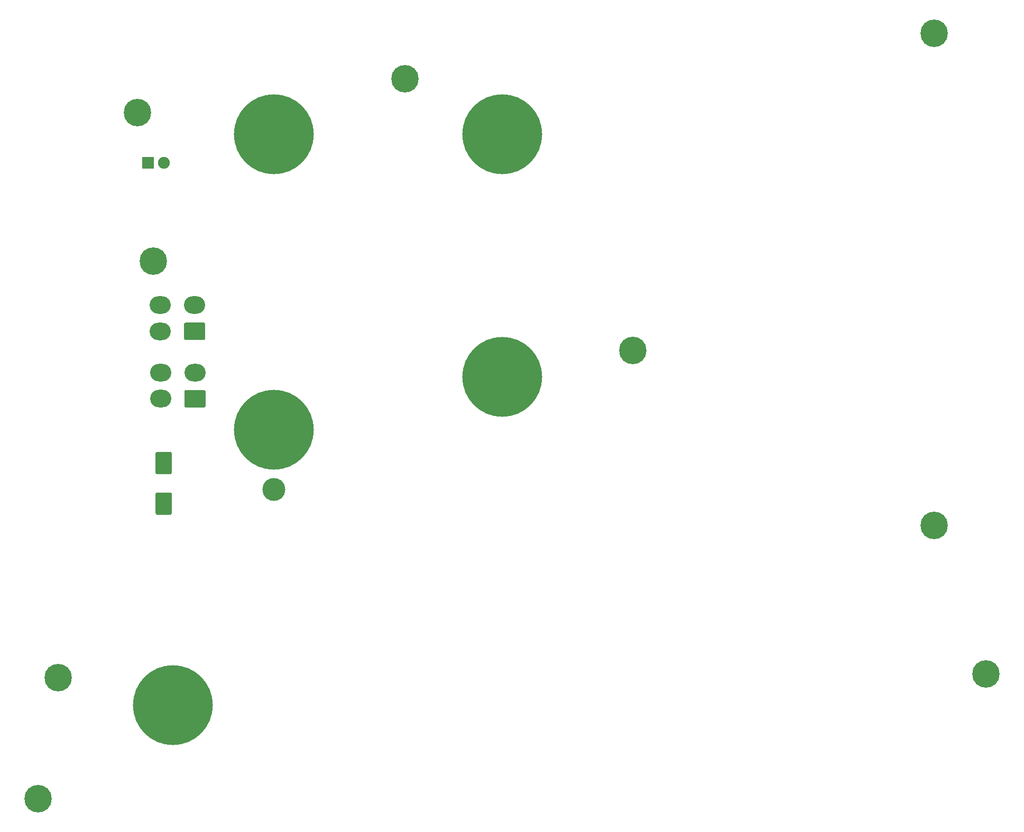
<source format=gbr>
%TF.GenerationSoftware,KiCad,Pcbnew,(5.1.6)-1*%
%TF.CreationDate,2020-12-21T15:19:12+11:00*%
%TF.ProjectId,Select JETT Panel PCB V2,53656c65-6374-4204-9a45-54542050616e,rev?*%
%TF.SameCoordinates,Original*%
%TF.FileFunction,Soldermask,Bot*%
%TF.FilePolarity,Negative*%
%FSLAX46Y46*%
G04 Gerber Fmt 4.6, Leading zero omitted, Abs format (unit mm)*
G04 Created by KiCad (PCBNEW (5.1.6)-1) date 2020-12-21 15:19:12*
%MOMM*%
%LPD*%
G01*
G04 APERTURE LIST*
%ADD10C,12.800000*%
%ADD11C,3.672000*%
%ADD12C,4.400000*%
%ADD13O,3.400000X2.800000*%
%ADD14C,1.900000*%
%ADD15R,1.900000X1.900000*%
G04 APERTURE END LIST*
D10*
%TO.C,18*%
X92976707Y-144906997D03*
%TD*%
%TO.C,17*%
X145681694Y-92329018D03*
%TD*%
%TO.C,16*%
X109105698Y-100774518D03*
X109105698Y-100774518D03*
D11*
X109105698Y-110299518D03*
%TD*%
D10*
%TO.C,16*%
X145681694Y-53467018D03*
%TD*%
%TO.C,15*%
X109105698Y-53467018D03*
%TD*%
D12*
%TO.C,9*%
X223151694Y-139839819D03*
%TD*%
%TO.C,8*%
X71386707Y-159820032D03*
%TD*%
%TO.C,7*%
X89801693Y-73787017D03*
%TD*%
%TO.C,6*%
X214896707Y-116078000D03*
%TD*%
%TO.C,5*%
X74561693Y-140462018D03*
%TD*%
%TO.C,4*%
X166636703Y-88074497D03*
%TD*%
%TO.C,3*%
X214896696Y-37274500D03*
%TD*%
%TO.C,2*%
X130124197Y-44577011D03*
%TD*%
%TO.C,1*%
X87261697Y-49974517D03*
%TD*%
D13*
%TO.C,J2*%
X91000000Y-91600000D03*
X91000000Y-95800000D03*
X96500000Y-91600000D03*
G36*
G01*
X97940740Y-97200000D02*
X95059260Y-97200000D01*
G75*
G02*
X94800000Y-96940740I0J259260D01*
G01*
X94800000Y-94659260D01*
G75*
G02*
X95059260Y-94400000I259260J0D01*
G01*
X97940740Y-94400000D01*
G75*
G02*
X98200000Y-94659260I0J-259260D01*
G01*
X98200000Y-96940740D01*
G75*
G02*
X97940740Y-97200000I-259260J0D01*
G01*
G37*
%TD*%
%TO.C,J1*%
X90950000Y-80800000D03*
X90950000Y-85000000D03*
X96450000Y-80800000D03*
G36*
G01*
X97890740Y-86400000D02*
X95009260Y-86400000D01*
G75*
G02*
X94750000Y-86140740I0J259260D01*
G01*
X94750000Y-83859260D01*
G75*
G02*
X95009260Y-83600000I259260J0D01*
G01*
X97890740Y-83600000D01*
G75*
G02*
X98150000Y-83859260I0J-259260D01*
G01*
X98150000Y-86140740D01*
G75*
G02*
X97890740Y-86400000I-259260J0D01*
G01*
G37*
%TD*%
D14*
%TO.C,D82*%
X91500000Y-58000000D03*
D15*
X88960000Y-58000000D03*
%TD*%
%TO.C,C1*%
G36*
G01*
X92540000Y-107900000D02*
X90460000Y-107900000D01*
G75*
G02*
X90200000Y-107640000I0J260000D01*
G01*
X90200000Y-104560000D01*
G75*
G02*
X90460000Y-104300000I260000J0D01*
G01*
X92540000Y-104300000D01*
G75*
G02*
X92800000Y-104560000I0J-260000D01*
G01*
X92800000Y-107640000D01*
G75*
G02*
X92540000Y-107900000I-260000J0D01*
G01*
G37*
G36*
G01*
X92540000Y-114400000D02*
X90460000Y-114400000D01*
G75*
G02*
X90200000Y-114140000I0J260000D01*
G01*
X90200000Y-111060000D01*
G75*
G02*
X90460000Y-110800000I260000J0D01*
G01*
X92540000Y-110800000D01*
G75*
G02*
X92800000Y-111060000I0J-260000D01*
G01*
X92800000Y-114140000D01*
G75*
G02*
X92540000Y-114400000I-260000J0D01*
G01*
G37*
%TD*%
M02*

</source>
